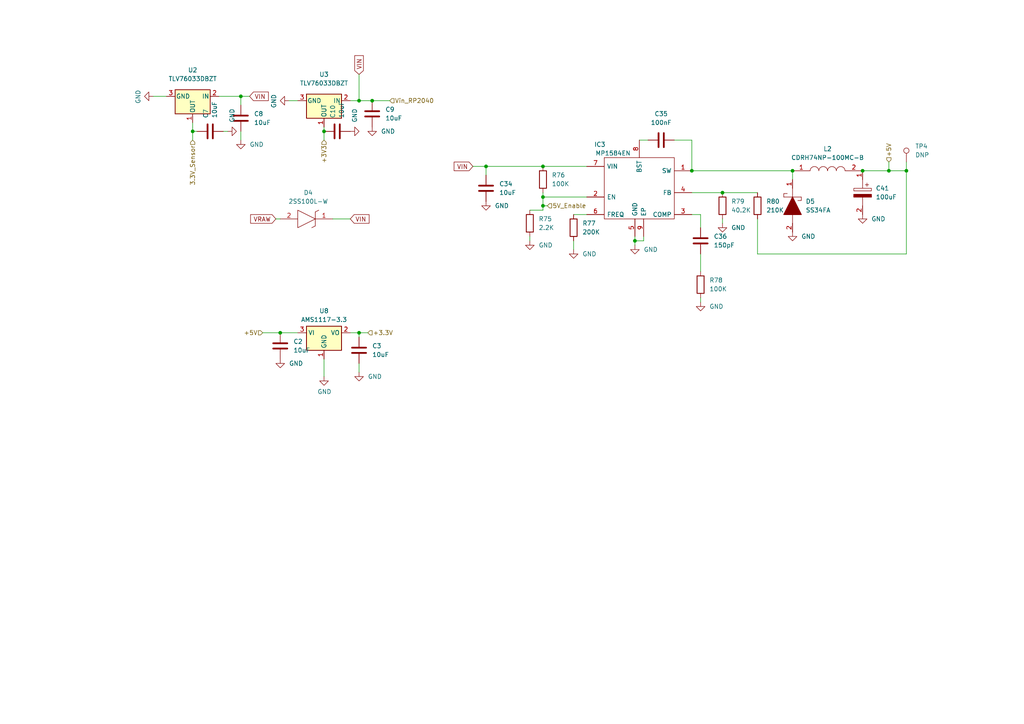
<source format=kicad_sch>
(kicad_sch (version 20231120) (generator "eeschema") (generator_version "8.0")
  (paper "A4")
  (lib_symbols
    (symbol "2SS100LW:2SS100L-W" (pin_names (offset 0.762))
      (property "Reference" "D" (at 10.16 8.89 0))
      (property "Value" "2SS100L-W" (at 10.16 6.35 0))
      (symbol "2SS100L-W_0_0"
        (pin passive line (at 0 0 0) (length 5.08) (name "~") (number "1"))
        (pin passive line (at 15.24 0 180) (length 5.08) (name "~") (number "2"))
      )
      (symbol "2SS100L-W_0_1"
        (polyline (pts (xy 4.064 -2.54) (xy 5.08 -2.032)) (stroke (width 0.1524)))
        (polyline (pts (xy 5.08 2.032) (xy 5.08 -2.032)) (stroke (width 0.1524)))
        (polyline (pts (xy 5.08 2.032) (xy 6.096 2.54)) (stroke (width 0.1524)))
        (polyline (pts (xy 5.08 0) (xy 10.16 2.54) (xy 10.16 -2.54) (xy 5.08 0)) (stroke (width 0.1524)))
      )
    )
    (symbol "CDRH74NP-100MC-B:CDRH74NP-100MC-B" (pin_names (offset 0.762))
      (property "Reference" "L" (at 16.51 6.35 0))
      (property "Value" "CDRH74NP-100MC-B" (at 16.51 3.81 0))
      (symbol "CDRH74NP-100MC-B_0_0"
        (pin passive line (at 0 0 0) (length 5.08) (name "~") (number "1"))
        (pin passive line (at 20.32 0 180) (length 5.08) (name "~") (number "2"))
      )
      (symbol "CDRH74NP-100MC-B_0_1"
        (arc (start 7.62 0) (mid 6.35 1.2202) (end 5.08 0) (stroke (width 0.1524)))
        (arc (start 10.16 0) (mid 8.89 1.2202) (end 7.62 0) (stroke (width 0.1524)))
        (arc (start 12.7 0) (mid 11.43 1.2202) (end 10.16 0) (stroke (width 0.1524)))
        (arc (start 15.24 0) (mid 13.97 1.2202) (end 12.7 0) (stroke (width 0.1524)))
      )
    )
    (symbol "Connector:TestPoint" (pin_numbers hide) (pin_names (offset 0.762) hide)
      (property "Reference" "TP" (at 0 6.858 0))
      (property "Value" "TestPoint" (at 0 5.08 0))
      (symbol "TestPoint_0_1"
        (circle (center 0 3.302) (radius 0.762))
      )
      (symbol "TestPoint_1_1"
        (pin passive line (at 0 0 90) (length 2.54) (name "1") (number "1"))
      )
    )
    (symbol "Device:C" (pin_numbers hide) (pin_names (offset 0.254))
      (property "Reference" "C" (at 0.635 2.54 0))
      (property "Value" "C" (at 0.635 -2.54 0))
      (symbol "C_0_1"
        (polyline (pts (xy -2.032 -0.762) (xy 2.032 -0.762)) (stroke (width 0.508)))
        (polyline (pts (xy -2.032 0.762) (xy 2.032 0.762)) (stroke (width 0.508)))
      )
      (symbol "C_1_1"
        (pin passive line (at 0 3.81 270) (length 2.794) (name "~") (number "1"))
        (pin passive line (at 0 -3.81 90) (length 2.794) (name "~") (number "2"))
      )
    )
    (symbol "Device:R" (pin_numbers hide) (pin_names (offset 0))
      (property "Reference" "R" (at 2.032 0 90))
      (property "Value" "R" (at 0 0 90))
      (symbol "R_0_1"
        (rectangle (start -1.016 -2.54) (end 1.016 2.54) (stroke (width 0.254)))
      )
      (symbol "R_1_1"
        (pin passive line (at 0 3.81 270) (length 1.27) (name "~") (number "1"))
        (pin passive line (at 0 -3.81 90) (length 1.27) (name "~") (number "2"))
      )
    )
    (symbol "LM1117-3.3_1" (pin_names (offset 0.254))
      (property "Reference" "U?" (at 0 7.62 0))
      (property "Value" "TLV76033DBZT" (at 0 5.08 0))
      (symbol "LM1117-3.3_1_0_1"
        (rectangle (start -5.08 -5.08) (end 5.08 1.905) (stroke (width 0.254)) (fill (type background)))
      )
      (symbol "LM1117-3.3_1_1_1"
        (pin power_in line (at 0 -7.62 90) (length 2.54) (name "OUT") (number "1"))
        (pin power_out line (at 7.62 0 180) (length 2.54) (name "IN") (number "2"))
        (pin power_in line (at -7.62 0 0) (length 2.54) (name "GND") (number "3"))
      )
    )
    (symbol "MP1584EN_1" (pin_names (offset 0.762))
      (property "Reference" "IC" (at 26.67 7.62 0))
      (property "Value" "MP1584EN" (at 26.67 5.08 0))
      (symbol "MP1584EN_1_0_0"
        (pin passive line (at 30.48 -1.27 180) (length 5.08) (name "SW") (number "1"))
        (pin passive line (at 0 -8.89 0) (length 5.08) (name "EN") (number "2"))
        (pin passive line (at 30.48 -13.97 180) (length 5.08) (name "COMP") (number "3"))
        (pin passive line (at 30.48 -7.62 180) (length 5.08) (name "FB") (number "4"))
        (pin passive line (at 13.97 -20.32 90) (length 5.08) (name "GND") (number "5"))
        (pin passive line (at 0 -13.97 0) (length 5.08) (name "FREQ") (number "6"))
        (pin passive line (at 0 0 0) (length 5.08) (name "VIN") (number "7"))
        (pin passive line (at 15.24 7.62 270) (length 5.08) (name "BST") (number "8"))
        (pin passive line (at 16.51 -20.32 90) (length 5.08) (name "EP") (number "9"))
      )
      (symbol "MP1584EN_1_0_1"
        (polyline (pts (xy 5.08 2.54) (xy 25.4 2.54) (xy 25.4 -15.24) (xy 5.08 -15.24) (xy 5.08 2.54)) (stroke (width 0.1524)))
      )
    )
    (symbol "Regulator_Linear:AMS1117-3.3"
      (property "Reference" "U" (at -3.81 3.175 0))
      (property "Value" "AMS1117-3.3" (at 0 3.175 0))
      (symbol "AMS1117-3.3_0_1"
        (rectangle (start -5.08 -5.08) (end 5.08 1.905) (stroke (width 0.254)) (fill (type background)))
      )
      (symbol "AMS1117-3.3_1_1"
        (pin power_in line (at 0 -7.62 90) (length 2.54) (name "GND") (number "1"))
        (pin power_out line (at 7.62 0 180) (length 2.54) (name "VO") (number "2"))
        (pin power_in line (at -7.62 0 0) (length 2.54) (name "VI") (number "3"))
      )
    )
    (symbol "SS34FA:SS34FA" (pin_names (offset 0.762))
      (property "Reference" "D" (at 12.7 8.89 0))
      (property "Value" "SS34FA" (at 12.7 6.35 0))
      (symbol "SS34FA_0_0"
        (pin passive line (at 2.54 0 0) (length 2.54) (name "~") (number "1"))
        (pin passive line (at 17.78 0 180) (length 2.54) (name "~") (number "2"))
      )
      (symbol "SS34FA_0_1"
        (polyline (pts (xy 5.08 0) (xy 7.62 0)) (stroke (width 0.1524)))
        (polyline (pts (xy 7.62 2.54) (xy 7.62 -2.54)) (stroke (width 0.1524)))
        (polyline (pts (xy 12.7 0) (xy 15.24 0)) (stroke (width 0.1524)))
        (polyline (pts (xy 7.62 -2.54) (xy 6.604 -2.54) (xy 6.604 -1.524)) (stroke (width 0.1524)))
        (polyline (pts (xy 7.62 2.54) (xy 8.636 2.54) (xy 8.636 1.524)) (stroke (width 0.1524)))
        (polyline (pts (xy 7.62 0) (xy 12.7 2.54) (xy 12.7 -2.54) (xy 7.62 0)) (stroke (width 0.254)) (fill (type outline)))
      )
    )
    (symbol "UWR1A101MCL1GB:UWR1A101MCL1GB" (pin_names (offset 0.762))
      (property "Reference" "C" (at 8.89 6.35 0))
      (property "Value" "UWR1A101MCL1GB" (at 8.89 3.81 0))
      (symbol "UWR1A101MCL1GB_0_0"
        (pin passive line (at 0 0 0) (length 2.54) (name "~") (number "1"))
        (pin passive line (at 12.7 0 180) (length 2.54) (name "~") (number "2"))
      )
      (symbol "UWR1A101MCL1GB_0_1"
        (polyline (pts (xy 2.54 0) (xy 5.08 0)) (stroke (width 0.1524)))
        (polyline (pts (xy 4.064 1.778) (xy 4.064 0.762)) (stroke (width 0.1524)))
        (polyline (pts (xy 4.572 1.27) (xy 3.556 1.27)) (stroke (width 0.1524)))
        (polyline (pts (xy 7.62 0) (xy 10.16 0)) (stroke (width 0.1524)))
        (polyline (pts (xy 5.08 2.54) (xy 5.08 -2.54) (xy 5.842 -2.54) (xy 5.842 2.54) (xy 5.08 2.54)) (stroke (width 0.1524)))
        (polyline (pts (xy 7.62 2.54) (xy 7.62 -2.54) (xy 6.858 -2.54) (xy 6.858 2.54) (xy 7.62 2.54)) (stroke (width 0.254)) (fill (type outline)))
      )
    )
    (symbol "power:GND" (power) (pin_names (offset 0))
      (property "Value" "GND" (at 0 -3.81 0))
      (symbol "GND_0_1"
        (polyline (pts (xy 0 0) (xy 0 -1.27) (xy 1.27 -1.27) (xy 0 -2.54) (xy -1.27 -1.27) (xy 0 -1.27)))
      )
      (symbol "GND_1_1"
        (pin power_in line (at 0 0 270) (length 0) hide (name "GND") (number "1"))
      )
    )
  )
  (junction (at 157.48 59.69))
  (junction (at 200.66 49.53))
  (junction (at 229.87 49.53))
  (junction (at 55.88 38.1))
  (junction (at 81.28 96.52))
  (junction (at 250.19 49.53))
  (junction (at 104.14 96.52))
  (junction (at 262.89 49.53))
  (junction (at 107.95 29.21))
  (junction (at 93.98 38.1))
  (junction (at 69.85 27.94))
  (junction (at 157.48 57.15))
  (junction (at 257.81 49.53))
  (junction (at 157.48 48.26))
  (junction (at 104.14 29.21))
  (junction (at 184.15 69.85))
  (junction (at 140.97 48.26))
  (junction (at 209.55 55.88))
  (wire (pts (xy 157.48 48.26) (xy 170.18 48.26)))
  (wire (pts (xy 64.77 38.1) (xy 66.04 38.1)))
  (wire (pts (xy 44.45 27.94) (xy 48.26 27.94)))
  (wire (pts (xy 257.81 46.99) (xy 257.81 49.53)))
  (wire (pts (xy 83.82 29.21) (xy 86.36 29.21)))
  (wire (pts (xy 153.67 69.85) (xy 153.67 68.58)))
  (wire (pts (xy 185.42 40.64) (xy 187.96 40.64)))
  (wire (pts (xy 107.95 29.21) (xy 113.03 29.21)))
  (wire (pts (xy 200.66 55.88) (xy 209.55 55.88)))
  (wire (pts (xy 262.89 46.99) (xy 262.89 49.53)))
  (wire (pts (xy 153.67 60.96) (xy 157.48 60.96)))
  (wire (pts (xy 158.75 59.69) (xy 157.48 59.69)))
  (wire (pts (xy 101.6 29.21) (xy 104.14 29.21)))
  (wire (pts (xy 101.6 63.5) (xy 96.52 63.5)))
  (wire (pts (xy 104.14 97.79) (xy 104.14 96.52)))
  (wire (pts (xy 104.14 96.52) (xy 101.6 96.52)))
  (wire (pts (xy 166.37 72.39) (xy 166.37 69.85)))
  (wire (pts (xy 257.81 49.53) (xy 262.89 49.53)))
  (wire (pts (xy 184.15 69.85) (xy 184.15 68.58)))
  (wire (pts (xy 219.71 73.66) (xy 262.89 73.66)))
  (wire (pts (xy 69.85 40.64) (xy 69.85 38.1)))
  (wire (pts (xy 203.2 62.23) (xy 203.2 66.04)))
  (wire (pts (xy 106.68 96.52) (xy 104.14 96.52)))
  (wire (pts (xy 69.85 30.48) (xy 69.85 27.94)))
  (wire (pts (xy 104.14 21.59) (xy 104.14 29.21)))
  (wire (pts (xy 157.48 57.15) (xy 170.18 57.15)))
  (wire (pts (xy 229.87 52.07) (xy 229.87 49.53)))
  (wire (pts (xy 80.01 63.5) (xy 81.28 63.5)))
  (wire (pts (xy 57.15 38.1) (xy 55.88 38.1)))
  (wire (pts (xy 157.48 57.15) (xy 157.48 55.88)))
  (wire (pts (xy 200.66 40.64) (xy 200.66 49.53)))
  (wire (pts (xy 157.48 59.69) (xy 157.48 57.15)))
  (wire (pts (xy 257.81 49.53) (xy 250.19 49.53)))
  (wire (pts (xy 200.66 62.23) (xy 203.2 62.23)))
  (wire (pts (xy 140.97 48.26) (xy 157.48 48.26)))
  (wire (pts (xy 203.2 87.63) (xy 203.2 86.36)))
  (wire (pts (xy 104.14 105.41) (xy 104.14 107.95)))
  (wire (pts (xy 55.88 40.64) (xy 55.88 38.1)))
  (wire (pts (xy 93.98 40.64) (xy 93.98 38.1)))
  (wire (pts (xy 69.85 27.94) (xy 63.5 27.94)))
  (wire (pts (xy 186.69 68.58) (xy 186.69 69.85)))
  (wire (pts (xy 186.69 69.85) (xy 184.15 69.85)))
  (wire (pts (xy 93.98 38.1) (xy 93.98 36.83)))
  (wire (pts (xy 200.66 49.53) (xy 229.87 49.53)))
  (wire (pts (xy 72.39 27.94) (xy 69.85 27.94)))
  (wire (pts (xy 140.97 50.8) (xy 140.97 48.26)))
  (wire (pts (xy 76.2 96.52) (xy 81.28 96.52)))
  (wire (pts (xy 104.14 29.21) (xy 107.95 29.21)))
  (wire (pts (xy 157.48 60.96) (xy 157.48 59.69)))
  (wire (pts (xy 184.15 71.12) (xy 184.15 69.85)))
  (wire (pts (xy 219.71 63.5) (xy 219.71 73.66)))
  (wire (pts (xy 93.98 109.22) (xy 93.98 104.14)))
  (wire (pts (xy 81.28 96.52) (xy 86.36 96.52)))
  (wire (pts (xy 55.88 38.1) (xy 55.88 35.56)))
  (wire (pts (xy 262.89 73.66) (xy 262.89 49.53)))
  (wire (pts (xy 195.58 40.64) (xy 200.66 40.64)))
  (wire (pts (xy 166.37 62.23) (xy 170.18 62.23)))
  (wire (pts (xy 209.55 64.77) (xy 209.55 63.5)))
  (wire (pts (xy 137.16 48.26) (xy 140.97 48.26)))
  (wire (pts (xy 209.55 55.88) (xy 219.71 55.88)))
  (wire (pts (xy 203.2 78.74) (xy 203.2 73.66)))
  (global_label "VIN" (shape input) (at 72.39 27.94 0) (property "Intersheetrefs" "${INTERSHEET_REFS}" (effects (hide yes))))
  (global_label "VIN" (shape input) (at 137.16 48.26 180) (property "Intersheetrefs" "${INTERSHEET_REFS}" (effects (hide yes))))
  (global_label "VRAW" (shape input) (at 80.01 63.5 180) (property "Intersheetrefs" "${INTERSHEET_REFS}" (effects (hide yes))))
  (global_label "VIN" (shape input) (at 101.6 63.5 0) (property "Intersheetrefs" "${INTERSHEET_REFS}" (effects (hide yes))))
  (global_label "VIN" (shape input) (at 104.14 21.59 90) (property "Intersheetrefs" "${INTERSHEET_REFS}" (effects (hide yes))))
  (hierarchical_label "+5V" (shape input) (at 76.2 96.52 180))
  (hierarchical_label "+3V3" (shape input) (at 93.98 40.64 270))
  (hierarchical_label "Vin_RP2040" (shape input) (at 113.03 29.21 0))
  (hierarchical_label "+5V" (shape input) (at 257.81 46.99 90))
  (hierarchical_label "+3.3V" (shape input) (at 106.68 96.52 0))
  (hierarchical_label "3.3V_Sensor" (shape input) (at 55.88 40.64 270))
  (hierarchical_label "5V_Enable" (shape input) (at 158.75 59.69 0))
  (symbol (lib_id "power:GND") (at 44.45 27.94 270) (unit 1)
    (property "Reference" "#PWR0125" (effects (hide yes)))
    (property "Value" "GND" (at 40.0558 28.067 0))
  )
  (symbol (lib_id "power:GND") (at 81.28 104.14 0) (unit 1)
    (property "Reference" "#PWR034" (effects (hide yes)))
    (property "Value" "GND" (at 83.82 105.4099 0) (effects (justify left)))
  )
  (symbol (lib_id "Device:C") (at 107.95 33.02 180) (unit 1)
    (property "Reference" "C9" (at 111.76 31.75 0) (effects (justify right)))
    (property "Value" "10uF" (at 111.76 34.29 0) (effects (justify right)))
    (property "Footprint" "Capacitor_SMD:C_0603_1608Metric" (effects (hide yes)))
  )
  (symbol (lib_id "power:GND") (at 83.82 29.21 270) (unit 1)
    (property "Reference" "#PWR0124" (effects (hide yes)))
    (property "Value" "GND" (at 79.4258 29.337 0))
  )
  (symbol (lib_id "power:GND") (at 101.6 38.1 90) (unit 1)
    (property "Reference" "#PWR024" (effects (hide yes)))
    (property "Value" "GND" (at 102.8699 35.56 0) (effects (justify left)))
  )
  (symbol (lib_id "UWR1A101MCL1GB:UWR1A101MCL1GB") (at 250.19 49.53 270) (unit 1)
    (property "Reference" "C41" (at 254 54.61 90) (effects (justify left)))
    (property "Value" "100uF" (at 254 57.15 90) (effects (justify left)))
    (property "Footprint" "Cam_Tracker_V3.1:CAPAE660X550N" (effects (hide yes)))
    (property "Datasheet" "http://nichicon-us.com/english/products/pdfs/e-uwx.pdf" (effects (hide yes)))
    (property "Description" "Aluminum Electrolytic Capacitors - SMD 100UF      10V" (effects (hide yes)))
    (property "Height" "5.5" (effects (hide yes)))
    (property "Manufacturer_Name" "Nichicon" (effects (hide yes)))
    (property "Manufacturer_Part_Number" "UWR1A101MCL1GB" (effects (hide yes)))
    (property "Mouser Part Number" "647-UWR1A101MCL1GB" (effects (hide yes)))
    (property "Mouser Price/Stock" "https://www.mouser.co.uk/ProductDetail/Nichicon/UWR1A101MCL1GB/?qs=UBiR96IgLrSqLXS34HEodQ%3D%3D" (effects (hide yes)))
    (property "Arrow Part Number" "UWR1A101MCL1GB" (effects (hide yes)))
    (property "Arrow Price/Stock" "https://www.arrow.com/en/products/uwr1a101mcl1gb/nichicon" (effects (hide yes)))
  )
  (symbol (lib_name "MP1584EN_1") (lib_id "MP1584:MP1584EN") (at 170.18 48.26 0) (unit 1)
    (property "Reference" "IC3" (at 173.99 41.91 0))
    (property "Value" "MP1584EN" (at 177.8 44.45 0))
    (property "Footprint" "Cam_Tracker_V3.1:SOIC127P600X170-9N" (effects (hide yes)))
    (property "Description" "Switching Voltage Regulators 3A 1.5MHz 28V Nonsync Buck" (effects (hide yes)))
    (property "Height" "1.7" (effects (hide yes)))
    (property "Manufacturer_Name" "Monolithic Power Systems (MPS)" (effects (hide yes)))
    (property "Manufacturer_Part_Number" "MP1584EN" (effects (hide yes)))
    (property "MPN" "MP1584EN" (effects (hide yes)))
  )
  (symbol (lib_id "power:GND") (at 140.97 58.42 0) (unit 1)
    (property "Reference" "#PWR026" (effects (hide yes)))
    (property "Value" "GND" (at 143.51 59.6899 0) (effects (justify left)))
  )
  (symbol (lib_id "Device:C") (at 81.28 100.33 180) (unit 1)
    (property "Reference" "C2" (at 85.09 99.06 0) (effects (justify right)))
    (property "Value" "10uF" (at 85.09 101.6 0) (effects (justify right)))
    (property "Footprint" "Capacitor_SMD:C_0603_1608Metric" (effects (hide yes)))
  )
  (symbol (lib_id "CDRH74NP-100MC-B:CDRH74NP-100MC-B") (at 229.87 49.53 0) (unit 1)
    (property "Reference" "L2" (at 240.03 43.18 0))
    (property "Value" "CDRH74NP-100MC-B" (at 240.03 45.72 0))
    (property "Footprint" "Cam_Tracker_V3.1:CDRH74NP100MCB" (effects (hide yes)))
    (property "Datasheet" "http://products.sumida.com/products/pdf/CDRH74.pdf" (effects (hide yes)))
    (property "Description" "Fixed Inductors 10uH 1.84A" (effects (hide yes)))
    (property "Height" "4" (effects (hide yes)))
    (property "Manufacturer_Name" "Sumida" (effects (hide yes)))
    (property "Manufacturer_Part_Number" "CDRH74NP-100MC-B" (effects (hide yes)))
    (property "Mouser Part Number" "851-CDRH74NP-100MC" (effects (hide yes)))
    (property "Mouser Price/Stock" "https://www.mouser.co.uk/ProductDetail/Sumida/CDRH74NP-100MC-B?qs=h1my64dUWNoRI4K4Qg6oOQ%3D%3D" (effects (hide yes)))
    (property "Arrow Part Number" "CDRH74NP-100MC-B" (effects (hide yes)))
    (property "Arrow Price/Stock" "https://www.arrow.com/en/products/cdrh74np-100mc-b/sumida?region=nac" (effects (hide yes)))
    (property "Link" "https://www.lcsc.com/product-detail/Power-Inductors_Sumida-CDRH74NP-100MC-B_C879412.html" (effects (hide yes)))
    (property "MPN" "CDRH74NP-100MC-B" (effects (hide yes)))
  )
  (symbol (lib_name "LM1117-3.3_1") (lib_id "Regulator_Linear:LM1117-3.3") (at 93.98 29.21 0) (unit 1)
    (property "Reference" "U3" (at 93.98 21.59 0))
    (property "Value" "TLV76033DBZT" (at 93.98 24.13 0))
    (property "Footprint" "Package_TO_SOT_SMD:SOT-23" (effects (hide yes)))
    (property "Datasheet" "http://www.ti.com/lit/ds/symlink/lm1117.pdf" (effects (hide yes)))
    (property "Link" "https://www.lcsc.com/product-detail/Linear-Voltage-Regulators-LDO_Texas-Instruments-TLV76033DBZT_C133791.html" (effects (hide yes)))
    (property "MPN" "TLV76033DBZT" (effects (hide yes)))
  )
  (symbol (lib_id "Device:R") (at 166.37 66.04 0) (unit 1)
    (property "Reference" "R77" (at 168.91 64.77 0) (effects (justify left)))
    (property "Value" "200K" (at 168.91 67.31 0) (effects (justify left)))
    (property "Footprint" "Resistor_SMD:R_0603_1608Metric" (effects (hide yes)))
  )
  (symbol (lib_id "Connector:TestPoint") (at 262.89 46.99 0) (unit 1)
    (property "Reference" "TP4" (at 265.43 42.418 0) (effects (justify left)))
    (property "Value" "DNP" (at 265.43 44.958 0) (effects (justify left)))
    (property "Footprint" "TestPoint:TestPoint_Pad_D1.0mm" (effects (hide yes)))
    (property "Description" "test point" (effects (hide yes)))
    (property "MPN" "Test Point" (effects (hide yes)))
  )
  (symbol (lib_id "Device:C") (at 104.14 101.6 180) (unit 1)
    (property "Reference" "C3" (at 107.95 100.33 0) (effects (justify right)))
    (property "Value" "10uF" (at 107.95 102.87 0) (effects (justify right)))
    (property "Footprint" "Capacitor_SMD:C_0603_1608Metric" (effects (hide yes)))
  )
  (symbol (lib_id "power:GND") (at 153.67 69.85 0) (unit 1)
    (property "Reference" "#PWR027" (effects (hide yes)))
    (property "Value" "GND" (at 156.21 71.1199 0) (effects (justify left)))
  )
  (symbol (lib_id "Device:R") (at 153.67 64.77 0) (unit 1)
    (property "Reference" "R75" (at 156.21 63.5 0) (effects (justify left)))
    (property "Value" "2.2K" (at 156.21 66.04 0) (effects (justify left)))
    (property "Footprint" "Resistor_SMD:R_0603_1608Metric" (effects (hide yes)))
  )
  (symbol (lib_id "power:GND") (at 250.19 62.23 0) (unit 1)
    (property "Reference" "#PWR043" (effects (hide yes)))
    (property "Value" "GND" (at 252.73 63.4999 0) (effects (justify left)))
  )
  (symbol (lib_id "Device:C") (at 97.79 38.1 270) (unit 1)
    (property "Reference" "C10" (at 96.52 34.29 0) (effects (justify right)))
    (property "Value" "10uF" (at 99.06 34.29 0) (effects (justify right)))
    (property "Footprint" "Capacitor_SMD:C_0603_1608Metric" (effects (hide yes)))
  )
  (symbol (lib_id "power:GND") (at 66.04 38.1 90) (unit 1)
    (property "Reference" "#PWR021" (effects (hide yes)))
    (property "Value" "GND" (at 67.3099 35.56 0) (effects (justify left)))
  )
  (symbol (lib_id "power:GND") (at 107.95 36.83 0) (unit 1)
    (property "Reference" "#PWR023" (effects (hide yes)))
    (property "Value" "GND" (at 110.49 38.0999 0) (effects (justify left)))
  )
  (symbol (lib_id "Regulator_Linear:AMS1117-3.3") (at 93.98 96.52 0) (unit 1)
    (property "Reference" "U8" (at 93.98 90.17 0))
    (property "Value" "AMS1117-3.3" (at 93.98 92.71 0))
    (property "Footprint" "Package_TO_SOT_SMD:SOT-223-3_TabPin2" (effects (hide yes)))
    (property "Datasheet" "http://www.advanced-monolithic.com/pdf/ds1117.pdf" (effects (hide yes)))
    (property "Description" "1A Low Dropout regulator, positive, 3.3V fixed output, SOT-223" (effects (hide yes)))
    (property "Link" "https://www.lcsc.com/product-detail/Linear-Voltage-Regulators-LDO_UMW-Youtai-Semiconductor-Co-Ltd-AMS1117-3-3_C347222.html" (effects (hide yes)))
    (property "MPN" "AMS1117-3.3" (effects (hide yes)))
  )
  (symbol (lib_id "power:GND") (at 93.98 109.22 0) (unit 1)
    (property "Reference" "#PWR033" (effects (hide yes)))
    (property "Value" "GND" (at 94.107 113.6142 0))
  )
  (symbol (lib_id "Device:C") (at 69.85 34.29 180) (unit 1)
    (property "Reference" "C8" (at 73.66 33.02 0) (effects (justify right)))
    (property "Value" "10uF" (at 73.66 35.56 0) (effects (justify right)))
    (property "Footprint" "Capacitor_SMD:C_0603_1608Metric" (effects (hide yes)))
  )
  (symbol (lib_id "power:GND") (at 229.87 67.31 0) (unit 1)
    (property "Reference" "#PWR032" (effects (hide yes)))
    (property "Value" "GND" (at 232.41 68.5799 0) (effects (justify left)))
  )
  (symbol (lib_id "Device:R") (at 219.71 59.69 0) (unit 1)
    (property "Reference" "R80" (at 222.25 58.42 0) (effects (justify left)))
    (property "Value" "210K" (at 222.25 60.96 0) (effects (justify left)))
    (property "Footprint" "Resistor_SMD:R_0603_1608Metric" (effects (hide yes)))
  )
  (symbol (lib_id "Device:C") (at 60.96 38.1 270) (unit 1)
    (property "Reference" "C7" (at 59.69 34.29 0) (effects (justify right)))
    (property "Value" "10uF" (at 62.23 34.29 0) (effects (justify right)))
    (property "Footprint" "Capacitor_SMD:C_0603_1608Metric" (effects (hide yes)))
  )
  (symbol (lib_id "2SS100LW:2SS100L-W") (at 96.52 63.5 180) (unit 1)
    (property "Reference" "D4" (at 89.408 55.88 0))
    (property "Value" "2SS100L-W" (at 89.408 58.42 0))
    (property "Footprint" "2SS100L-W:2SS100LW" (effects (hide yes)))
    (property "Datasheet" "https://componentsearchengine.com/Datasheets/1/2SS100L-W.pdf" (effects (hide yes)))
    (property "Description" "Schottky Diodes & Rectifiers 100V 2A SM SCHOTTKY Barrier Rectifier" (effects (hide yes)))
    (property "Height" "1" (effects (hide yes)))
    (property "Manufacturer_Name" "Rectron" (effects (hide yes)))
    (property "Manufacturer_Part_Number" "2SS100L-W" (effects (hide yes)))
    (property "Mouser Part Number" "583-2SS100L-W" (effects (hide yes)))
    (property "Mouser Price/Stock" "https://www.mouser.co.uk/ProductDetail/Rectron/2SS100L-W?qs=5aG0NVq1C4wsv0OtzLcEnw%3D%3D" (effects (hide yes)))
    (property "Arrow Part Number" "2SS100L-W" (effects (hide yes)))
    (property "Arrow Price/Stock" "https://www.arrow.com/en/products/2ss100l-w/rectron?region=nac" (effects (hide yes)))
    (property "Link" "https://www.mouser.com.tr/ProductDetail/Rectron/2SS100L-W?qs=5aG0NVq1C4wsv0OtzLcEnw%3D%3D&_gl=1*7c4qqm*_ga*NDk5MDU5NTU2LjE3MDU1MjcyMTU.*_ga_15W4STQT4T*MTcwNjM2MzI4My40LjEuMTcwNjM2MzMzNi43LjAuMA..*_ga_1KQLCYKRX3*MTcwNjM2MzI4My40LjEuMTcwNjM2MzMzNi4wLjAuMA.." (effects (hide yes)))
    (property "MPN" "2SS100L-W" (effects (hide yes)))
  )
  (symbol (lib_id "power:GND") (at 184.15 71.12 0) (unit 1)
    (property "Reference" "#PWR029" (effects (hide yes)))
    (property "Value" "GND" (at 186.69 72.3899 0) (effects (justify left)))
  )
  (symbol (lib_id "SS34FA:SS34FA") (at 229.87 49.53 270) (unit 1)
    (property "Reference" "D5" (at 233.68 58.42 90) (effects (justify left)))
    (property "Value" "SS34FA" (at 233.68 60.96 90) (effects (justify left)))
    (property "Footprint" "Cam_Tracker_V3.1:SODFL3618X143N" (effects (hide yes)))
    (property "Datasheet" "http://www.onsemi.com/pub/Collateral/SS36FA-D.pdf" (effects (hide yes)))
    (property "Description" "ON SEMICONDUCTOR - SS34FA - SCHOTTKY RECT, AEC-Q101, 40V, SOD-123FA" (effects (hide yes)))
    (property "Height" "1.43" (effects (hide yes)))
    (property "Manufacturer_Name" "onsemi" (effects (hide yes)))
    (property "Manufacturer_Part_Number" "SS34FA" (effects (hide yes)))
    (property "Mouser Part Number" "512-SS34FA" (effects (hide yes)))
    (property "Mouser Price/Stock" "https://www.mouser.co.uk/ProductDetail/ON-Semiconductor-Fairchild/SS34FA?qs=R26iFe%2FkX%2FK1QUwZdCmBBw%3D%3D" (effects (hide yes)))
    (property "Arrow Part Number" "SS34FA" (effects (hide yes)))
    (property "Arrow Price/Stock" "https://www.arrow.com/en/products/ss34fa/on-semiconductor?region=nac" (effects (hide yes)))
    (property "Link" "https://www.lcsc.com/product-detail/Schottky-Barrier-Diodes-SBD_onsemi-SS34FA_C719833.html" (effects (hide yes)))
    (property "MPN" "SS34FA" (effects (hide yes)))
  )
  (symbol (lib_id "Device:C") (at 203.2 69.85 180) (unit 1)
    (property "Reference" "C36" (at 207.01 68.58 0) (effects (justify right)))
    (property "Value" "150pF" (at 207.01 71.12 0) (effects (justify right)))
    (property "Footprint" "Capacitor_SMD:C_0603_1608Metric" (effects (hide yes)))
  )
  (symbol (lib_id "power:GND") (at 209.55 64.77 0) (unit 1)
    (property "Reference" "#PWR031" (effects (hide yes)))
    (property "Value" "GND" (at 212.09 66.0399 0) (effects (justify left)))
  )
  (symbol (lib_id "power:GND") (at 166.37 72.39 0) (unit 1)
    (property "Reference" "#PWR028" (effects (hide yes)))
    (property "Value" "GND" (at 168.91 73.6599 0) (effects (justify left)))
  )
  (symbol (lib_id "Device:R") (at 157.48 52.07 0) (unit 1)
    (property "Reference" "R76" (at 160.02 50.8 0) (effects (justify left)))
    (property "Value" "100K" (at 160.02 53.34 0) (effects (justify left)))
    (property "Footprint" "Resistor_SMD:R_0603_1608Metric" (effects (hide yes)))
  )
  (symbol (lib_id "power:GND") (at 69.85 40.64 0) (unit 1)
    (property "Reference" "#PWR022" (effects (hide yes)))
    (property "Value" "GND" (at 72.39 41.9099 0) (effects (justify left)))
  )
  (symbol (lib_id "Device:R") (at 209.55 59.69 0) (unit 1)
    (property "Reference" "R79" (at 212.09 58.42 0) (effects (justify left)))
    (property "Value" "40.2K" (at 212.09 60.96 0) (effects (justify left)))
    (property "Footprint" "Resistor_SMD:R_0603_1608Metric" (effects (hide yes)))
  )
  (symbol (lib_id "Device:R") (at 203.2 82.55 0) (unit 1)
    (property "Reference" "R78" (at 205.74 81.28 0) (effects (justify left)))
    (property "Value" "100K" (at 205.74 83.82 0) (effects (justify left)))
    (property "Footprint" "Resistor_SMD:R_0603_1608Metric" (effects (hide yes)))
  )
  (symbol (lib_id "power:GND") (at 203.2 87.63 0) (unit 1)
    (property "Reference" "#PWR030" (effects (hide yes)))
    (property "Value" "GND" (at 205.74 88.8999 0) (effects (justify left)))
  )
  (symbol (lib_id "Device:C") (at 191.77 40.64 270) (unit 1)
    (property "Reference" "C35" (at 191.77 33.02 90))
    (property "Value" "100nF" (at 191.77 35.56 90))
    (property "Footprint" "Capacitor_SMD:C_0603_1608Metric" (effects (hide yes)))
  )
  (symbol (lib_id "power:GND") (at 104.14 107.95 0) (unit 1)
    (property "Reference" "#PWR035" (effects (hide yes)))
    (property "Value" "GND" (at 106.68 109.2199 0) (effects (justify left)))
  )
  (symbol (lib_name "LM1117-3.3_1") (lib_id "Regulator_Linear:LM1117-3.3") (at 55.88 27.94 0) (unit 1)
    (property "Reference" "U2" (at 55.88 20.32 0))
    (property "Value" "TLV76033DBZT" (at 55.88 22.86 0))
    (property "Footprint" "Package_TO_SOT_SMD:SOT-23" (effects (hide yes)))
    (property "Datasheet" "http://www.ti.com/lit/ds/symlink/lm1117.pdf" (effects (hide yes)))
    (property "Link" "https://www.lcsc.com/product-detail/Linear-Voltage-Regulators-LDO_Texas-Instruments-TLV76033DBZT_C133791.html" (effects (hide yes)))
    (property "MPN" "TLV76033DBZT" (effects (hide yes)))
  )
  (symbol (lib_id "Device:C") (at 140.97 54.61 180) (unit 1)
    (property "Reference" "C34" (at 144.78 53.34 0) (effects (justify right)))
    (property "Value" "10uF" (at 144.78 55.88 0) (effects (justify right)))
    (property "Footprint" "Capacitor_SMD:C_0603_1608Metric" (effects (hide yes)))
  )
)
</source>
